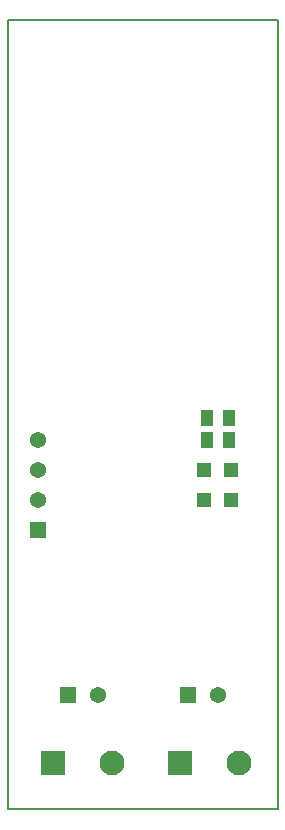
<source format=gbs>
G04 #@! TF.GenerationSoftware,KiCad,Pcbnew,5.1.10-88a1d61d58~88~ubuntu18.04.1*
G04 #@! TF.CreationDate,2021-10-08T18:05:20+03:00*
G04 #@! TF.ProjectId,canhacker,63616e68-6163-46b6-9572-2e6b69636164,rev?*
G04 #@! TF.SameCoordinates,Original*
G04 #@! TF.FileFunction,Soldermask,Bot*
G04 #@! TF.FilePolarity,Negative*
%FSLAX46Y46*%
G04 Gerber Fmt 4.6, Leading zero omitted, Abs format (unit mm)*
G04 Created by KiCad (PCBNEW 5.1.10-88a1d61d58~88~ubuntu18.04.1) date 2021-10-08 18:05:20*
%MOMM*%
%LPD*%
G01*
G04 APERTURE LIST*
%ADD10C,0.150000*%
%ADD11R,1.000000X1.420000*%
%ADD12C,1.370000*%
%ADD13R,1.370000X1.370000*%
%ADD14R,1.150000X1.300000*%
%ADD15C,2.100000*%
%ADD16R,2.100000X2.100000*%
G04 APERTURE END LIST*
D10*
X128270000Y-41910000D02*
X128270000Y-108712000D01*
X151130000Y-41910000D02*
X128270000Y-41910000D01*
X151130000Y-108712000D02*
X151130000Y-41910000D01*
X128270000Y-108712000D02*
X151130000Y-108712000D01*
D11*
X146985000Y-77470000D03*
X145115000Y-77470000D03*
X145115000Y-75565000D03*
X146985000Y-75565000D03*
D12*
X146050000Y-99060000D03*
D13*
X143510000Y-99060000D03*
D12*
X135890000Y-99060000D03*
D13*
X133350000Y-99060000D03*
D14*
X144925000Y-80010000D03*
X147175000Y-80010000D03*
X147175000Y-82550000D03*
X144925000Y-82550000D03*
D15*
X147875000Y-104775000D03*
D16*
X142875000Y-104775000D03*
D15*
X137080000Y-104775000D03*
D16*
X132080000Y-104775000D03*
D12*
X130810000Y-77470000D03*
X130810000Y-80010000D03*
X130810000Y-82550000D03*
D13*
X130810000Y-85090000D03*
M02*

</source>
